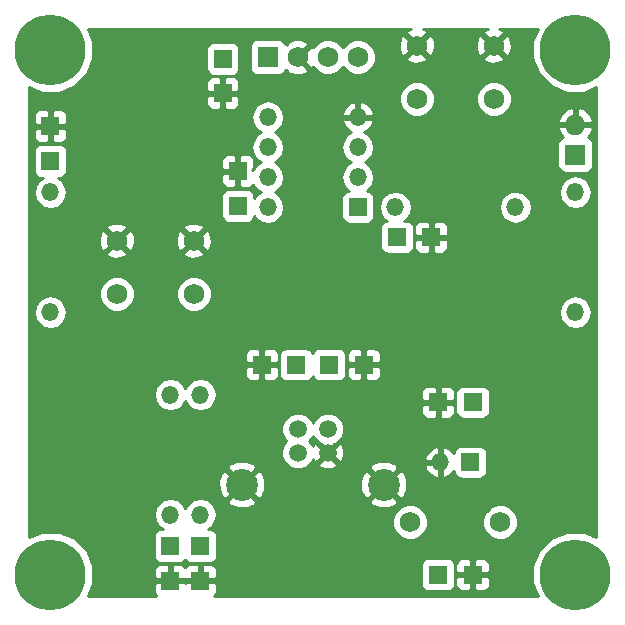
<source format=gbl>
G04 (created by PCBNEW (22-Jun-2014 BZR 4027)-stable) date Mon 12 Jun 2017 10:58:34 PM CDT*
%MOIN*%
G04 Gerber Fmt 3.4, Leading zero omitted, Abs format*
%FSLAX34Y34*%
G01*
G70*
G90*
G04 APERTURE LIST*
%ADD10C,0.00590551*%
%ADD11C,0.23622*%
%ADD12C,0.059*%
%ADD13C,0.1063*%
%ADD14R,0.069X0.069*%
%ADD15C,0.069*%
%ADD16O,0.059X0.059*%
%ADD17O,0.069X0.069*%
%ADD18R,0.059X0.059*%
%ADD19R,0.059X0.064*%
%ADD20R,0.064X0.059*%
%ADD21C,0.035*%
%ADD22C,0.01*%
G04 APERTURE END LIST*
G54D10*
G54D11*
X82000Y-44000D03*
X64500Y-44000D03*
X82000Y-61500D03*
X64500Y-61500D03*
G54D12*
X73750Y-56650D03*
X72750Y-56650D03*
X72750Y-57437D03*
X73750Y-57437D03*
G54D13*
X75612Y-58500D03*
X70888Y-58500D03*
G54D14*
X71750Y-44250D03*
G54D15*
X72750Y-44250D03*
X73750Y-44250D03*
X74750Y-44250D03*
G54D16*
X76000Y-49250D03*
X80000Y-49250D03*
X64500Y-48750D03*
X64500Y-52750D03*
X82000Y-48750D03*
X82000Y-52750D03*
X69500Y-59500D03*
X69500Y-55500D03*
X68500Y-59500D03*
X68500Y-55500D03*
G54D14*
X82000Y-47500D03*
G54D17*
X82000Y-46500D03*
G54D15*
X76500Y-59750D03*
X79500Y-59750D03*
G54D18*
X78500Y-57750D03*
G54D16*
X77500Y-57750D03*
G54D18*
X74750Y-49250D03*
G54D16*
X74750Y-48250D03*
X74750Y-47250D03*
X74750Y-46250D03*
X71750Y-46250D03*
X71750Y-47250D03*
X71750Y-49250D03*
X71750Y-48250D03*
G54D19*
X69500Y-60550D03*
X69500Y-61700D03*
X68500Y-60550D03*
X68500Y-61700D03*
G54D20*
X72700Y-54500D03*
X71550Y-54500D03*
G54D19*
X64500Y-47700D03*
X64500Y-46550D03*
G54D20*
X76050Y-50250D03*
X77200Y-50250D03*
X78575Y-55750D03*
X77425Y-55750D03*
X77425Y-61500D03*
X78575Y-61500D03*
G54D15*
X66720Y-52135D03*
X66720Y-50364D03*
X69279Y-52135D03*
X69279Y-50364D03*
X76720Y-45635D03*
X76720Y-43864D03*
X79279Y-45635D03*
X79279Y-43864D03*
G54D20*
X73800Y-54500D03*
X74950Y-54500D03*
G54D19*
X70750Y-49200D03*
X70750Y-48050D03*
X70250Y-44300D03*
X70250Y-45450D03*
G54D21*
X72750Y-50000D03*
X73750Y-52000D03*
G54D10*
G36*
X82700Y-60241D02*
X82595Y-60197D01*
X82595Y-47795D01*
X82595Y-47105D01*
X82557Y-47013D01*
X82486Y-46943D01*
X82413Y-46912D01*
X82479Y-46852D01*
X82577Y-46642D01*
X82577Y-46357D01*
X82479Y-46147D01*
X82308Y-45990D01*
X82142Y-45922D01*
X82050Y-45969D01*
X82050Y-46450D01*
X82530Y-46450D01*
X82577Y-46357D01*
X82577Y-46642D01*
X82530Y-46550D01*
X82050Y-46550D01*
X82050Y-46557D01*
X81950Y-46557D01*
X81950Y-46550D01*
X81950Y-46450D01*
X81950Y-45969D01*
X81857Y-45922D01*
X81691Y-45990D01*
X81520Y-46147D01*
X81422Y-46357D01*
X81469Y-46450D01*
X81950Y-46450D01*
X81950Y-46550D01*
X81469Y-46550D01*
X81422Y-46642D01*
X81520Y-46852D01*
X81586Y-46912D01*
X81513Y-46942D01*
X81443Y-47013D01*
X81405Y-47105D01*
X81404Y-47204D01*
X81404Y-47894D01*
X81442Y-47986D01*
X81513Y-48056D01*
X81605Y-48094D01*
X81704Y-48095D01*
X82394Y-48095D01*
X82486Y-48057D01*
X82556Y-47986D01*
X82594Y-47894D01*
X82595Y-47795D01*
X82595Y-60197D01*
X82545Y-60176D01*
X82545Y-52760D01*
X82545Y-52739D01*
X82545Y-48760D01*
X82545Y-48739D01*
X82503Y-48530D01*
X82385Y-48353D01*
X82208Y-48235D01*
X82000Y-48194D01*
X81791Y-48235D01*
X81614Y-48353D01*
X81496Y-48530D01*
X81455Y-48739D01*
X81455Y-48760D01*
X81496Y-48969D01*
X81614Y-49146D01*
X81791Y-49264D01*
X82000Y-49305D01*
X82208Y-49264D01*
X82385Y-49146D01*
X82503Y-48969D01*
X82545Y-48760D01*
X82545Y-52739D01*
X82503Y-52530D01*
X82385Y-52353D01*
X82208Y-52235D01*
X82000Y-52194D01*
X81791Y-52235D01*
X81614Y-52353D01*
X81496Y-52530D01*
X81455Y-52739D01*
X81455Y-52760D01*
X81496Y-52969D01*
X81614Y-53146D01*
X81791Y-53264D01*
X82000Y-53305D01*
X82208Y-53264D01*
X82385Y-53146D01*
X82503Y-52969D01*
X82545Y-52760D01*
X82545Y-60176D01*
X82285Y-60069D01*
X81716Y-60068D01*
X81190Y-60286D01*
X80787Y-60688D01*
X80569Y-61214D01*
X80568Y-61783D01*
X80740Y-62200D01*
X80555Y-62200D01*
X80555Y-49250D01*
X80514Y-49041D01*
X80396Y-48864D01*
X80219Y-48746D01*
X80010Y-48705D01*
X79989Y-48705D01*
X79879Y-48726D01*
X79879Y-43956D01*
X79868Y-43720D01*
X79798Y-43549D01*
X79698Y-43516D01*
X79350Y-43864D01*
X79698Y-44211D01*
X79798Y-44179D01*
X79879Y-43956D01*
X79879Y-48726D01*
X79874Y-48727D01*
X79874Y-45517D01*
X79784Y-45299D01*
X79627Y-45142D01*
X79627Y-44282D01*
X79279Y-43934D01*
X79208Y-44005D01*
X79208Y-43864D01*
X78861Y-43516D01*
X78761Y-43549D01*
X78679Y-43771D01*
X78690Y-44008D01*
X78761Y-44179D01*
X78861Y-44211D01*
X79208Y-43864D01*
X79208Y-44005D01*
X78931Y-44282D01*
X78964Y-44382D01*
X79187Y-44463D01*
X79423Y-44453D01*
X79594Y-44382D01*
X79627Y-44282D01*
X79627Y-45142D01*
X79617Y-45131D01*
X79398Y-45040D01*
X79161Y-45040D01*
X78942Y-45131D01*
X78775Y-45298D01*
X78684Y-45516D01*
X78684Y-45753D01*
X78774Y-45972D01*
X78942Y-46139D01*
X79160Y-46230D01*
X79397Y-46230D01*
X79616Y-46140D01*
X79783Y-45973D01*
X79874Y-45754D01*
X79874Y-45517D01*
X79874Y-48727D01*
X79780Y-48746D01*
X79603Y-48864D01*
X79485Y-49041D01*
X79444Y-49250D01*
X79485Y-49458D01*
X79603Y-49635D01*
X79780Y-49753D01*
X79989Y-49795D01*
X80010Y-49795D01*
X80219Y-49753D01*
X80396Y-49635D01*
X80514Y-49458D01*
X80555Y-49250D01*
X80555Y-62200D01*
X80095Y-62200D01*
X80095Y-59632D01*
X80004Y-59413D01*
X79837Y-59245D01*
X79618Y-59155D01*
X79382Y-59154D01*
X79163Y-59245D01*
X79145Y-59263D01*
X79145Y-55995D01*
X79145Y-55405D01*
X79107Y-55313D01*
X79036Y-55243D01*
X78944Y-55205D01*
X78845Y-55204D01*
X78205Y-55204D01*
X78113Y-55242D01*
X78043Y-55313D01*
X78005Y-55405D01*
X78004Y-55504D01*
X78004Y-56094D01*
X78042Y-56186D01*
X78113Y-56256D01*
X78205Y-56294D01*
X78304Y-56295D01*
X78944Y-56295D01*
X79036Y-56257D01*
X79106Y-56186D01*
X79144Y-56094D01*
X79145Y-55995D01*
X79145Y-59263D01*
X79045Y-59363D01*
X79045Y-57995D01*
X79045Y-57405D01*
X79007Y-57313D01*
X78936Y-57243D01*
X78844Y-57205D01*
X78745Y-57204D01*
X78155Y-57204D01*
X78063Y-57242D01*
X77995Y-57311D01*
X77995Y-55995D01*
X77995Y-55504D01*
X77994Y-55405D01*
X77956Y-55313D01*
X77886Y-55242D01*
X77794Y-55204D01*
X77770Y-55204D01*
X77770Y-50495D01*
X77770Y-50004D01*
X77769Y-49905D01*
X77731Y-49813D01*
X77661Y-49742D01*
X77569Y-49704D01*
X77320Y-49704D01*
X77320Y-43956D01*
X77309Y-43720D01*
X77238Y-43549D01*
X77138Y-43516D01*
X76791Y-43864D01*
X77138Y-44211D01*
X77238Y-44179D01*
X77320Y-43956D01*
X77320Y-49704D01*
X77315Y-49704D01*
X77315Y-45517D01*
X77225Y-45299D01*
X77068Y-45142D01*
X77068Y-44282D01*
X76720Y-43934D01*
X76649Y-44005D01*
X76649Y-43864D01*
X76301Y-43516D01*
X76201Y-43549D01*
X76120Y-43771D01*
X76131Y-44008D01*
X76201Y-44179D01*
X76301Y-44211D01*
X76649Y-43864D01*
X76649Y-44005D01*
X76372Y-44282D01*
X76405Y-44382D01*
X76627Y-44463D01*
X76864Y-44453D01*
X77035Y-44382D01*
X77068Y-44282D01*
X77068Y-45142D01*
X77057Y-45131D01*
X76839Y-45040D01*
X76602Y-45040D01*
X76383Y-45131D01*
X76216Y-45298D01*
X76125Y-45516D01*
X76125Y-45753D01*
X76215Y-45972D01*
X76382Y-46139D01*
X76601Y-46230D01*
X76838Y-46230D01*
X77057Y-46140D01*
X77224Y-45973D01*
X77315Y-45754D01*
X77315Y-45517D01*
X77315Y-49704D01*
X77312Y-49705D01*
X77250Y-49767D01*
X77250Y-50200D01*
X77707Y-50200D01*
X77770Y-50137D01*
X77770Y-50004D01*
X77770Y-50495D01*
X77770Y-50362D01*
X77707Y-50300D01*
X77250Y-50300D01*
X77250Y-50732D01*
X77312Y-50795D01*
X77569Y-50795D01*
X77661Y-50757D01*
X77731Y-50686D01*
X77769Y-50594D01*
X77770Y-50495D01*
X77770Y-55204D01*
X77537Y-55205D01*
X77475Y-55267D01*
X77475Y-55700D01*
X77932Y-55700D01*
X77995Y-55637D01*
X77995Y-55504D01*
X77995Y-55995D01*
X77995Y-55862D01*
X77932Y-55800D01*
X77475Y-55800D01*
X77475Y-56232D01*
X77537Y-56295D01*
X77794Y-56295D01*
X77886Y-56257D01*
X77956Y-56186D01*
X77994Y-56094D01*
X77995Y-55995D01*
X77995Y-57311D01*
X77993Y-57313D01*
X77955Y-57405D01*
X77954Y-57456D01*
X77826Y-57313D01*
X77634Y-57221D01*
X77550Y-57269D01*
X77550Y-57700D01*
X77557Y-57700D01*
X77557Y-57800D01*
X77550Y-57800D01*
X77550Y-58230D01*
X77634Y-58278D01*
X77826Y-58186D01*
X77954Y-58043D01*
X77954Y-58094D01*
X77992Y-58186D01*
X78063Y-58256D01*
X78155Y-58294D01*
X78254Y-58295D01*
X78844Y-58295D01*
X78936Y-58257D01*
X79006Y-58186D01*
X79044Y-58094D01*
X79045Y-57995D01*
X79045Y-59363D01*
X78995Y-59412D01*
X78905Y-59631D01*
X78904Y-59867D01*
X78995Y-60086D01*
X79162Y-60254D01*
X79381Y-60344D01*
X79617Y-60345D01*
X79836Y-60254D01*
X80004Y-60087D01*
X80094Y-59868D01*
X80095Y-59632D01*
X80095Y-62200D01*
X79145Y-62200D01*
X79145Y-61745D01*
X79145Y-61254D01*
X79144Y-61155D01*
X79106Y-61063D01*
X79036Y-60992D01*
X78944Y-60954D01*
X78687Y-60955D01*
X78625Y-61017D01*
X78625Y-61450D01*
X79082Y-61450D01*
X79145Y-61387D01*
X79145Y-61254D01*
X79145Y-61745D01*
X79145Y-61612D01*
X79082Y-61550D01*
X78625Y-61550D01*
X78625Y-61982D01*
X78687Y-62045D01*
X78944Y-62045D01*
X79036Y-62007D01*
X79106Y-61936D01*
X79144Y-61844D01*
X79145Y-61745D01*
X79145Y-62200D01*
X78525Y-62200D01*
X78525Y-61982D01*
X78525Y-61550D01*
X78525Y-61450D01*
X78525Y-61017D01*
X78462Y-60955D01*
X78205Y-60954D01*
X78113Y-60992D01*
X78043Y-61063D01*
X78005Y-61155D01*
X78004Y-61254D01*
X78005Y-61387D01*
X78067Y-61450D01*
X78525Y-61450D01*
X78525Y-61550D01*
X78067Y-61550D01*
X78005Y-61612D01*
X78004Y-61745D01*
X78005Y-61844D01*
X78043Y-61936D01*
X78113Y-62007D01*
X78205Y-62045D01*
X78462Y-62045D01*
X78525Y-61982D01*
X78525Y-62200D01*
X77995Y-62200D01*
X77995Y-61745D01*
X77995Y-61155D01*
X77957Y-61063D01*
X77886Y-60993D01*
X77794Y-60955D01*
X77695Y-60954D01*
X77450Y-60954D01*
X77450Y-58230D01*
X77450Y-57800D01*
X77450Y-57700D01*
X77450Y-57269D01*
X77375Y-57227D01*
X77375Y-56232D01*
X77375Y-55800D01*
X77375Y-55700D01*
X77375Y-55267D01*
X77312Y-55205D01*
X77150Y-55204D01*
X77150Y-50732D01*
X77150Y-50300D01*
X77150Y-50200D01*
X77150Y-49767D01*
X77087Y-49705D01*
X76830Y-49704D01*
X76738Y-49742D01*
X76668Y-49813D01*
X76630Y-49905D01*
X76629Y-50004D01*
X76630Y-50137D01*
X76692Y-50200D01*
X77150Y-50200D01*
X77150Y-50300D01*
X76692Y-50300D01*
X76630Y-50362D01*
X76629Y-50495D01*
X76630Y-50594D01*
X76668Y-50686D01*
X76738Y-50757D01*
X76830Y-50795D01*
X77087Y-50795D01*
X77150Y-50732D01*
X77150Y-55204D01*
X77055Y-55204D01*
X76963Y-55242D01*
X76893Y-55313D01*
X76855Y-55405D01*
X76854Y-55504D01*
X76855Y-55637D01*
X76917Y-55700D01*
X77375Y-55700D01*
X77375Y-55800D01*
X76917Y-55800D01*
X76855Y-55862D01*
X76854Y-55995D01*
X76855Y-56094D01*
X76893Y-56186D01*
X76963Y-56257D01*
X77055Y-56295D01*
X77312Y-56295D01*
X77375Y-56232D01*
X77375Y-57227D01*
X77365Y-57221D01*
X77173Y-57313D01*
X77031Y-57471D01*
X76971Y-57615D01*
X77020Y-57700D01*
X77450Y-57700D01*
X77450Y-57800D01*
X77020Y-57800D01*
X76971Y-57884D01*
X77031Y-58028D01*
X77173Y-58186D01*
X77365Y-58278D01*
X77450Y-58230D01*
X77450Y-60954D01*
X77095Y-60954D01*
X77095Y-59632D01*
X77004Y-59413D01*
X76837Y-59245D01*
X76620Y-59155D01*
X76620Y-50495D01*
X76620Y-49905D01*
X76582Y-49813D01*
X76511Y-49743D01*
X76419Y-49705D01*
X76320Y-49704D01*
X76291Y-49704D01*
X76396Y-49635D01*
X76514Y-49458D01*
X76555Y-49250D01*
X76514Y-49041D01*
X76396Y-48864D01*
X76219Y-48746D01*
X76010Y-48705D01*
X75989Y-48705D01*
X75780Y-48746D01*
X75603Y-48864D01*
X75485Y-49041D01*
X75444Y-49250D01*
X75485Y-49458D01*
X75603Y-49635D01*
X75708Y-49704D01*
X75680Y-49704D01*
X75588Y-49742D01*
X75518Y-49813D01*
X75480Y-49905D01*
X75479Y-50004D01*
X75479Y-50594D01*
X75517Y-50686D01*
X75588Y-50756D01*
X75680Y-50794D01*
X75779Y-50795D01*
X76419Y-50795D01*
X76511Y-50757D01*
X76581Y-50686D01*
X76619Y-50594D01*
X76620Y-50495D01*
X76620Y-59155D01*
X76618Y-59155D01*
X76396Y-59154D01*
X76396Y-58637D01*
X76389Y-58326D01*
X76284Y-58073D01*
X76165Y-58017D01*
X76094Y-58088D01*
X76094Y-57946D01*
X76038Y-57827D01*
X75749Y-57715D01*
X75520Y-57720D01*
X75520Y-54745D01*
X75520Y-54254D01*
X75519Y-54155D01*
X75481Y-54063D01*
X75411Y-53992D01*
X75345Y-53965D01*
X75345Y-44132D01*
X75254Y-43913D01*
X75087Y-43745D01*
X74868Y-43655D01*
X74632Y-43654D01*
X74413Y-43745D01*
X74249Y-43908D01*
X74087Y-43745D01*
X73868Y-43655D01*
X73632Y-43654D01*
X73413Y-43745D01*
X73245Y-43912D01*
X73240Y-43925D01*
X73168Y-43902D01*
X73097Y-43972D01*
X72820Y-44250D01*
X73168Y-44597D01*
X73240Y-44574D01*
X73245Y-44586D01*
X73412Y-44754D01*
X73631Y-44844D01*
X73867Y-44845D01*
X74086Y-44754D01*
X74250Y-44591D01*
X74412Y-44754D01*
X74631Y-44844D01*
X74867Y-44845D01*
X75086Y-44754D01*
X75254Y-44587D01*
X75344Y-44368D01*
X75345Y-44132D01*
X75345Y-53965D01*
X75319Y-53954D01*
X75295Y-53954D01*
X75295Y-49495D01*
X75295Y-48905D01*
X75257Y-48813D01*
X75186Y-48743D01*
X75094Y-48705D01*
X75047Y-48705D01*
X75135Y-48646D01*
X75253Y-48469D01*
X75295Y-48260D01*
X75295Y-48239D01*
X75253Y-48030D01*
X75135Y-47853D01*
X74979Y-47750D01*
X75135Y-47646D01*
X75253Y-47469D01*
X75295Y-47260D01*
X75295Y-47239D01*
X75253Y-47030D01*
X75135Y-46853D01*
X74969Y-46742D01*
X75028Y-46718D01*
X75186Y-46576D01*
X75278Y-46384D01*
X75278Y-46115D01*
X75186Y-45923D01*
X75028Y-45781D01*
X74884Y-45721D01*
X74800Y-45770D01*
X74800Y-46200D01*
X75230Y-46200D01*
X75278Y-46115D01*
X75278Y-46384D01*
X75230Y-46300D01*
X74800Y-46300D01*
X74800Y-46307D01*
X74700Y-46307D01*
X74700Y-46300D01*
X74700Y-46200D01*
X74700Y-45770D01*
X74615Y-45721D01*
X74471Y-45781D01*
X74313Y-45923D01*
X74221Y-46115D01*
X74269Y-46200D01*
X74700Y-46200D01*
X74700Y-46300D01*
X74269Y-46300D01*
X74221Y-46384D01*
X74313Y-46576D01*
X74471Y-46718D01*
X74530Y-46742D01*
X74364Y-46853D01*
X74246Y-47030D01*
X74205Y-47239D01*
X74205Y-47260D01*
X74246Y-47469D01*
X74364Y-47646D01*
X74520Y-47750D01*
X74364Y-47853D01*
X74246Y-48030D01*
X74205Y-48239D01*
X74205Y-48260D01*
X74246Y-48469D01*
X74364Y-48646D01*
X74452Y-48704D01*
X74405Y-48704D01*
X74313Y-48742D01*
X74243Y-48813D01*
X74205Y-48905D01*
X74204Y-49004D01*
X74204Y-49594D01*
X74242Y-49686D01*
X74313Y-49756D01*
X74405Y-49794D01*
X74504Y-49795D01*
X75094Y-49795D01*
X75186Y-49757D01*
X75256Y-49686D01*
X75294Y-49594D01*
X75295Y-49495D01*
X75295Y-53954D01*
X75062Y-53955D01*
X75000Y-54017D01*
X75000Y-54450D01*
X75457Y-54450D01*
X75520Y-54387D01*
X75520Y-54254D01*
X75520Y-54745D01*
X75520Y-54612D01*
X75457Y-54550D01*
X75000Y-54550D01*
X75000Y-54982D01*
X75062Y-55045D01*
X75319Y-55045D01*
X75411Y-55007D01*
X75481Y-54936D01*
X75519Y-54844D01*
X75520Y-54745D01*
X75520Y-57720D01*
X75438Y-57722D01*
X75185Y-57827D01*
X75129Y-57946D01*
X75612Y-58429D01*
X76094Y-57946D01*
X76094Y-58088D01*
X75682Y-58500D01*
X76165Y-58982D01*
X76284Y-58926D01*
X76396Y-58637D01*
X76396Y-59154D01*
X76382Y-59154D01*
X76163Y-59245D01*
X76094Y-59313D01*
X76094Y-59053D01*
X75612Y-58570D01*
X75541Y-58641D01*
X75541Y-58500D01*
X75058Y-58017D01*
X74939Y-58073D01*
X74900Y-58174D01*
X74900Y-54982D01*
X74900Y-54550D01*
X74900Y-54450D01*
X74900Y-54017D01*
X74837Y-53955D01*
X74580Y-53954D01*
X74488Y-53992D01*
X74418Y-54063D01*
X74380Y-54155D01*
X74379Y-54254D01*
X74380Y-54387D01*
X74442Y-54450D01*
X74900Y-54450D01*
X74900Y-54550D01*
X74442Y-54550D01*
X74380Y-54612D01*
X74379Y-54745D01*
X74380Y-54844D01*
X74418Y-54936D01*
X74488Y-55007D01*
X74580Y-55045D01*
X74837Y-55045D01*
X74900Y-54982D01*
X74900Y-58174D01*
X74827Y-58362D01*
X74834Y-58673D01*
X74939Y-58926D01*
X75058Y-58982D01*
X75541Y-58500D01*
X75541Y-58641D01*
X75129Y-59053D01*
X75185Y-59172D01*
X75474Y-59284D01*
X75785Y-59277D01*
X76038Y-59172D01*
X76094Y-59053D01*
X76094Y-59313D01*
X75995Y-59412D01*
X75905Y-59631D01*
X75904Y-59867D01*
X75995Y-60086D01*
X76162Y-60254D01*
X76381Y-60344D01*
X76617Y-60345D01*
X76836Y-60254D01*
X77004Y-60087D01*
X77094Y-59868D01*
X77095Y-59632D01*
X77095Y-60954D01*
X77055Y-60954D01*
X76963Y-60992D01*
X76893Y-61063D01*
X76855Y-61155D01*
X76854Y-61254D01*
X76854Y-61844D01*
X76892Y-61936D01*
X76963Y-62006D01*
X77055Y-62044D01*
X77154Y-62045D01*
X77794Y-62045D01*
X77886Y-62007D01*
X77956Y-61936D01*
X77994Y-61844D01*
X77995Y-61745D01*
X77995Y-62200D01*
X74370Y-62200D01*
X74370Y-54745D01*
X74370Y-54155D01*
X74332Y-54063D01*
X74261Y-53993D01*
X74169Y-53955D01*
X74070Y-53954D01*
X73430Y-53954D01*
X73338Y-53992D01*
X73268Y-54063D01*
X73250Y-54106D01*
X73232Y-54063D01*
X73161Y-53993D01*
X73097Y-53966D01*
X73097Y-44668D01*
X72750Y-44320D01*
X72744Y-44326D01*
X72679Y-44261D01*
X72673Y-44255D01*
X72679Y-44250D01*
X72673Y-44244D01*
X72744Y-44173D01*
X72750Y-44179D01*
X73097Y-43831D01*
X73064Y-43731D01*
X72842Y-43650D01*
X72606Y-43660D01*
X72435Y-43731D01*
X72402Y-43831D01*
X72357Y-43786D01*
X72328Y-43815D01*
X72307Y-43763D01*
X72236Y-43693D01*
X72144Y-43655D01*
X72045Y-43654D01*
X71355Y-43654D01*
X71263Y-43692D01*
X71193Y-43763D01*
X71155Y-43855D01*
X71154Y-43954D01*
X71154Y-44644D01*
X71192Y-44736D01*
X71263Y-44806D01*
X71355Y-44844D01*
X71454Y-44845D01*
X72144Y-44845D01*
X72236Y-44807D01*
X72306Y-44736D01*
X72328Y-44684D01*
X72357Y-44713D01*
X72402Y-44668D01*
X72435Y-44768D01*
X72657Y-44849D01*
X72893Y-44839D01*
X73064Y-44768D01*
X73097Y-44668D01*
X73097Y-53966D01*
X73069Y-53955D01*
X72970Y-53954D01*
X72330Y-53954D01*
X72295Y-53969D01*
X72295Y-49260D01*
X72295Y-49239D01*
X72253Y-49030D01*
X72135Y-48853D01*
X71979Y-48750D01*
X72135Y-48646D01*
X72253Y-48469D01*
X72295Y-48260D01*
X72295Y-48239D01*
X72253Y-48030D01*
X72135Y-47853D01*
X71979Y-47750D01*
X72135Y-47646D01*
X72253Y-47469D01*
X72295Y-47260D01*
X72295Y-47239D01*
X72253Y-47030D01*
X72135Y-46853D01*
X71979Y-46750D01*
X72135Y-46646D01*
X72253Y-46469D01*
X72295Y-46260D01*
X72295Y-46239D01*
X72253Y-46030D01*
X72135Y-45853D01*
X71958Y-45735D01*
X71750Y-45694D01*
X71541Y-45735D01*
X71364Y-45853D01*
X71246Y-46030D01*
X71205Y-46239D01*
X71205Y-46260D01*
X71246Y-46469D01*
X71364Y-46646D01*
X71520Y-46750D01*
X71364Y-46853D01*
X71246Y-47030D01*
X71205Y-47239D01*
X71205Y-47260D01*
X71246Y-47469D01*
X71364Y-47646D01*
X71520Y-47750D01*
X71364Y-47853D01*
X71295Y-47958D01*
X71267Y-47999D01*
X71232Y-47999D01*
X71295Y-47937D01*
X71295Y-47680D01*
X71257Y-47588D01*
X71186Y-47518D01*
X71094Y-47480D01*
X70995Y-47479D01*
X70862Y-47480D01*
X70800Y-47542D01*
X70800Y-48000D01*
X70807Y-48000D01*
X70807Y-48100D01*
X70800Y-48100D01*
X70800Y-48557D01*
X70862Y-48620D01*
X70995Y-48620D01*
X71094Y-48619D01*
X71186Y-48581D01*
X71257Y-48511D01*
X71263Y-48495D01*
X71364Y-48646D01*
X71520Y-48750D01*
X71364Y-48853D01*
X71295Y-48958D01*
X71295Y-48830D01*
X71257Y-48738D01*
X71186Y-48668D01*
X71094Y-48630D01*
X70995Y-48629D01*
X70795Y-48629D01*
X70795Y-45819D01*
X70795Y-45080D01*
X70795Y-44570D01*
X70795Y-43930D01*
X70757Y-43838D01*
X70686Y-43768D01*
X70594Y-43730D01*
X70495Y-43729D01*
X69905Y-43729D01*
X69813Y-43767D01*
X69743Y-43838D01*
X69705Y-43930D01*
X69704Y-44029D01*
X69704Y-44669D01*
X69742Y-44761D01*
X69813Y-44831D01*
X69905Y-44869D01*
X70004Y-44870D01*
X70594Y-44870D01*
X70686Y-44832D01*
X70756Y-44761D01*
X70794Y-44669D01*
X70795Y-44570D01*
X70795Y-45080D01*
X70757Y-44988D01*
X70686Y-44918D01*
X70594Y-44880D01*
X70495Y-44879D01*
X70362Y-44880D01*
X70300Y-44942D01*
X70300Y-45400D01*
X70732Y-45400D01*
X70795Y-45337D01*
X70795Y-45080D01*
X70795Y-45819D01*
X70795Y-45562D01*
X70732Y-45500D01*
X70300Y-45500D01*
X70300Y-45957D01*
X70362Y-46020D01*
X70495Y-46020D01*
X70594Y-46019D01*
X70686Y-45981D01*
X70757Y-45911D01*
X70795Y-45819D01*
X70795Y-48629D01*
X70700Y-48629D01*
X70700Y-48557D01*
X70700Y-48100D01*
X70700Y-48000D01*
X70700Y-47542D01*
X70637Y-47480D01*
X70504Y-47479D01*
X70405Y-47480D01*
X70313Y-47518D01*
X70242Y-47588D01*
X70204Y-47680D01*
X70205Y-47937D01*
X70267Y-48000D01*
X70700Y-48000D01*
X70700Y-48100D01*
X70267Y-48100D01*
X70205Y-48162D01*
X70204Y-48419D01*
X70242Y-48511D01*
X70313Y-48581D01*
X70405Y-48619D01*
X70504Y-48620D01*
X70637Y-48620D01*
X70700Y-48557D01*
X70700Y-48629D01*
X70405Y-48629D01*
X70313Y-48667D01*
X70243Y-48738D01*
X70205Y-48830D01*
X70204Y-48929D01*
X70204Y-49569D01*
X70242Y-49661D01*
X70313Y-49731D01*
X70405Y-49769D01*
X70504Y-49770D01*
X71094Y-49770D01*
X71186Y-49732D01*
X71256Y-49661D01*
X71294Y-49569D01*
X71294Y-49541D01*
X71364Y-49646D01*
X71541Y-49764D01*
X71750Y-49805D01*
X71958Y-49764D01*
X72135Y-49646D01*
X72253Y-49469D01*
X72295Y-49260D01*
X72295Y-53969D01*
X72238Y-53992D01*
X72168Y-54063D01*
X72130Y-54155D01*
X72129Y-54254D01*
X72129Y-54844D01*
X72167Y-54936D01*
X72238Y-55006D01*
X72330Y-55044D01*
X72429Y-55045D01*
X73069Y-55045D01*
X73161Y-55007D01*
X73231Y-54936D01*
X73249Y-54893D01*
X73267Y-54936D01*
X73338Y-55006D01*
X73430Y-55044D01*
X73529Y-55045D01*
X74169Y-55045D01*
X74261Y-55007D01*
X74331Y-54936D01*
X74369Y-54844D01*
X74370Y-54745D01*
X74370Y-62200D01*
X74299Y-62200D01*
X74299Y-57517D01*
X74295Y-57425D01*
X74295Y-56542D01*
X74212Y-56341D01*
X74059Y-56188D01*
X73858Y-56105D01*
X73642Y-56104D01*
X73441Y-56187D01*
X73288Y-56340D01*
X73250Y-56432D01*
X73212Y-56341D01*
X73059Y-56188D01*
X72858Y-56105D01*
X72642Y-56104D01*
X72441Y-56187D01*
X72288Y-56340D01*
X72205Y-56541D01*
X72204Y-56757D01*
X72287Y-56958D01*
X72372Y-57043D01*
X72288Y-57127D01*
X72205Y-57328D01*
X72204Y-57544D01*
X72287Y-57745D01*
X72440Y-57898D01*
X72641Y-57981D01*
X72857Y-57982D01*
X73058Y-57899D01*
X73211Y-57746D01*
X73247Y-57660D01*
X73272Y-57721D01*
X73367Y-57748D01*
X73679Y-57437D01*
X73367Y-57125D01*
X73272Y-57152D01*
X73249Y-57218D01*
X73212Y-57128D01*
X73127Y-57043D01*
X73211Y-56959D01*
X73249Y-56867D01*
X73287Y-56958D01*
X73440Y-57111D01*
X73534Y-57150D01*
X73750Y-57366D01*
X73965Y-57150D01*
X74058Y-57112D01*
X74211Y-56959D01*
X74294Y-56758D01*
X74295Y-56542D01*
X74295Y-57425D01*
X74288Y-57301D01*
X74227Y-57152D01*
X74132Y-57125D01*
X73820Y-57437D01*
X74132Y-57748D01*
X74227Y-57721D01*
X74299Y-57517D01*
X74299Y-62200D01*
X74061Y-62200D01*
X74061Y-57819D01*
X73750Y-57507D01*
X73438Y-57819D01*
X73465Y-57914D01*
X73669Y-57986D01*
X73885Y-57975D01*
X74034Y-57914D01*
X74061Y-57819D01*
X74061Y-62200D01*
X72120Y-62200D01*
X72120Y-54745D01*
X72120Y-54254D01*
X72119Y-54155D01*
X72081Y-54063D01*
X72011Y-53992D01*
X71919Y-53954D01*
X71662Y-53955D01*
X71600Y-54017D01*
X71600Y-54450D01*
X72057Y-54450D01*
X72120Y-54387D01*
X72120Y-54254D01*
X72120Y-54745D01*
X72120Y-54612D01*
X72057Y-54550D01*
X71600Y-54550D01*
X71600Y-54982D01*
X71662Y-55045D01*
X71919Y-55045D01*
X72011Y-55007D01*
X72081Y-54936D01*
X72119Y-54844D01*
X72120Y-54745D01*
X72120Y-62200D01*
X71672Y-62200D01*
X71672Y-58637D01*
X71665Y-58326D01*
X71560Y-58073D01*
X71500Y-58044D01*
X71500Y-54982D01*
X71500Y-54550D01*
X71500Y-54450D01*
X71500Y-54017D01*
X71437Y-53955D01*
X71180Y-53954D01*
X71088Y-53992D01*
X71018Y-54063D01*
X70980Y-54155D01*
X70979Y-54254D01*
X70980Y-54387D01*
X71042Y-54450D01*
X71500Y-54450D01*
X71500Y-54550D01*
X71042Y-54550D01*
X70980Y-54612D01*
X70979Y-54745D01*
X70980Y-54844D01*
X71018Y-54936D01*
X71088Y-55007D01*
X71180Y-55045D01*
X71437Y-55045D01*
X71500Y-54982D01*
X71500Y-58044D01*
X71441Y-58017D01*
X71370Y-58088D01*
X71370Y-57946D01*
X71314Y-57827D01*
X71025Y-57715D01*
X70714Y-57722D01*
X70461Y-57827D01*
X70405Y-57946D01*
X70888Y-58429D01*
X71370Y-57946D01*
X71370Y-58088D01*
X70958Y-58500D01*
X71441Y-58982D01*
X71560Y-58926D01*
X71672Y-58637D01*
X71672Y-62200D01*
X71370Y-62200D01*
X71370Y-59053D01*
X70888Y-58570D01*
X70817Y-58641D01*
X70817Y-58500D01*
X70334Y-58017D01*
X70215Y-58073D01*
X70200Y-58112D01*
X70200Y-45957D01*
X70200Y-45500D01*
X70200Y-45400D01*
X70200Y-44942D01*
X70137Y-44880D01*
X70004Y-44879D01*
X69905Y-44880D01*
X69813Y-44918D01*
X69742Y-44988D01*
X69704Y-45080D01*
X69705Y-45337D01*
X69767Y-45400D01*
X70200Y-45400D01*
X70200Y-45500D01*
X69767Y-45500D01*
X69705Y-45562D01*
X69704Y-45819D01*
X69742Y-45911D01*
X69813Y-45981D01*
X69905Y-46019D01*
X70004Y-46020D01*
X70137Y-46020D01*
X70200Y-45957D01*
X70200Y-58112D01*
X70103Y-58362D01*
X70110Y-58673D01*
X70215Y-58926D01*
X70334Y-58982D01*
X70817Y-58500D01*
X70817Y-58641D01*
X70405Y-59053D01*
X70461Y-59172D01*
X70750Y-59284D01*
X71061Y-59277D01*
X71314Y-59172D01*
X71370Y-59053D01*
X71370Y-62200D01*
X69968Y-62200D01*
X70007Y-62161D01*
X70045Y-62069D01*
X70045Y-61330D01*
X70045Y-60820D01*
X70045Y-60180D01*
X70007Y-60088D01*
X69936Y-60018D01*
X69844Y-59980D01*
X69759Y-59979D01*
X69885Y-59896D01*
X70003Y-59719D01*
X70045Y-59510D01*
X70045Y-59489D01*
X70045Y-55510D01*
X70045Y-55489D01*
X70003Y-55280D01*
X69885Y-55103D01*
X69879Y-55099D01*
X69879Y-50456D01*
X69868Y-50220D01*
X69798Y-50049D01*
X69698Y-50016D01*
X69627Y-50087D01*
X69627Y-49945D01*
X69594Y-49845D01*
X69372Y-49764D01*
X69135Y-49774D01*
X68964Y-49845D01*
X68931Y-49945D01*
X69279Y-50293D01*
X69627Y-49945D01*
X69627Y-50087D01*
X69350Y-50364D01*
X69698Y-50711D01*
X69798Y-50679D01*
X69879Y-50456D01*
X69879Y-55099D01*
X69874Y-55096D01*
X69874Y-52017D01*
X69784Y-51799D01*
X69627Y-51642D01*
X69627Y-50782D01*
X69279Y-50434D01*
X69208Y-50505D01*
X69208Y-50364D01*
X68861Y-50016D01*
X68761Y-50049D01*
X68679Y-50271D01*
X68690Y-50508D01*
X68761Y-50679D01*
X68861Y-50711D01*
X69208Y-50364D01*
X69208Y-50505D01*
X68931Y-50782D01*
X68964Y-50882D01*
X69187Y-50963D01*
X69423Y-50953D01*
X69594Y-50882D01*
X69627Y-50782D01*
X69627Y-51642D01*
X69617Y-51631D01*
X69398Y-51540D01*
X69161Y-51540D01*
X68942Y-51631D01*
X68775Y-51798D01*
X68684Y-52016D01*
X68684Y-52253D01*
X68774Y-52472D01*
X68942Y-52639D01*
X69160Y-52730D01*
X69397Y-52730D01*
X69616Y-52640D01*
X69783Y-52473D01*
X69874Y-52254D01*
X69874Y-52017D01*
X69874Y-55096D01*
X69708Y-54985D01*
X69500Y-54944D01*
X69291Y-54985D01*
X69114Y-55103D01*
X69000Y-55275D01*
X68885Y-55103D01*
X68708Y-54985D01*
X68500Y-54944D01*
X68291Y-54985D01*
X68114Y-55103D01*
X67996Y-55280D01*
X67955Y-55489D01*
X67955Y-55510D01*
X67996Y-55719D01*
X68114Y-55896D01*
X68291Y-56014D01*
X68500Y-56055D01*
X68708Y-56014D01*
X68885Y-55896D01*
X69000Y-55724D01*
X69114Y-55896D01*
X69291Y-56014D01*
X69500Y-56055D01*
X69708Y-56014D01*
X69885Y-55896D01*
X70003Y-55719D01*
X70045Y-55510D01*
X70045Y-59489D01*
X70003Y-59280D01*
X69885Y-59103D01*
X69708Y-58985D01*
X69500Y-58944D01*
X69291Y-58985D01*
X69114Y-59103D01*
X69000Y-59275D01*
X68885Y-59103D01*
X68708Y-58985D01*
X68500Y-58944D01*
X68291Y-58985D01*
X68114Y-59103D01*
X67996Y-59280D01*
X67955Y-59489D01*
X67955Y-59510D01*
X67996Y-59719D01*
X68114Y-59896D01*
X68240Y-59979D01*
X68155Y-59979D01*
X68063Y-60017D01*
X67993Y-60088D01*
X67955Y-60180D01*
X67954Y-60279D01*
X67954Y-60919D01*
X67992Y-61011D01*
X68063Y-61081D01*
X68155Y-61119D01*
X68254Y-61120D01*
X68844Y-61120D01*
X68936Y-61082D01*
X69000Y-61018D01*
X69063Y-61081D01*
X69155Y-61119D01*
X69254Y-61120D01*
X69844Y-61120D01*
X69936Y-61082D01*
X70006Y-61011D01*
X70044Y-60919D01*
X70045Y-60820D01*
X70045Y-61330D01*
X70007Y-61238D01*
X69936Y-61168D01*
X69844Y-61130D01*
X69745Y-61129D01*
X69612Y-61130D01*
X69550Y-61192D01*
X69550Y-61650D01*
X69982Y-61650D01*
X70045Y-61587D01*
X70045Y-61330D01*
X70045Y-62069D01*
X70045Y-61812D01*
X69982Y-61750D01*
X69550Y-61750D01*
X69550Y-61757D01*
X69450Y-61757D01*
X69450Y-61750D01*
X69450Y-61650D01*
X69450Y-61192D01*
X69387Y-61130D01*
X69254Y-61129D01*
X69155Y-61130D01*
X69063Y-61168D01*
X69000Y-61231D01*
X68936Y-61168D01*
X68844Y-61130D01*
X68745Y-61129D01*
X68612Y-61130D01*
X68550Y-61192D01*
X68550Y-61650D01*
X68982Y-61650D01*
X69000Y-61632D01*
X69017Y-61650D01*
X69450Y-61650D01*
X69450Y-61750D01*
X69017Y-61750D01*
X69000Y-61767D01*
X68982Y-61750D01*
X68550Y-61750D01*
X68550Y-61757D01*
X68450Y-61757D01*
X68450Y-61750D01*
X68450Y-61650D01*
X68450Y-61192D01*
X68387Y-61130D01*
X68254Y-61129D01*
X68155Y-61130D01*
X68063Y-61168D01*
X67992Y-61238D01*
X67954Y-61330D01*
X67955Y-61587D01*
X68017Y-61650D01*
X68450Y-61650D01*
X68450Y-61750D01*
X68017Y-61750D01*
X67955Y-61812D01*
X67954Y-62069D01*
X67992Y-62161D01*
X68031Y-62200D01*
X67320Y-62200D01*
X67320Y-50456D01*
X67309Y-50220D01*
X67238Y-50049D01*
X67138Y-50016D01*
X67068Y-50087D01*
X67068Y-49945D01*
X67035Y-49845D01*
X66812Y-49764D01*
X66576Y-49774D01*
X66405Y-49845D01*
X66372Y-49945D01*
X66720Y-50293D01*
X67068Y-49945D01*
X67068Y-50087D01*
X66791Y-50364D01*
X67138Y-50711D01*
X67238Y-50679D01*
X67320Y-50456D01*
X67320Y-62200D01*
X67315Y-62200D01*
X67315Y-52017D01*
X67225Y-51799D01*
X67068Y-51642D01*
X67068Y-50782D01*
X66720Y-50434D01*
X66649Y-50505D01*
X66649Y-50364D01*
X66301Y-50016D01*
X66201Y-50049D01*
X66120Y-50271D01*
X66131Y-50508D01*
X66201Y-50679D01*
X66301Y-50711D01*
X66649Y-50364D01*
X66649Y-50505D01*
X66372Y-50782D01*
X66405Y-50882D01*
X66627Y-50963D01*
X66864Y-50953D01*
X67035Y-50882D01*
X67068Y-50782D01*
X67068Y-51642D01*
X67057Y-51631D01*
X66839Y-51540D01*
X66602Y-51540D01*
X66383Y-51631D01*
X66216Y-51798D01*
X66125Y-52016D01*
X66125Y-52253D01*
X66215Y-52472D01*
X66382Y-52639D01*
X66601Y-52730D01*
X66838Y-52730D01*
X67057Y-52640D01*
X67224Y-52473D01*
X67315Y-52254D01*
X67315Y-52017D01*
X67315Y-62200D01*
X65758Y-62200D01*
X65930Y-61785D01*
X65931Y-61216D01*
X65713Y-60690D01*
X65311Y-60287D01*
X65045Y-60176D01*
X65045Y-47970D01*
X65045Y-47330D01*
X65045Y-46919D01*
X65045Y-46180D01*
X65007Y-46088D01*
X64936Y-46018D01*
X64844Y-45980D01*
X64745Y-45979D01*
X64612Y-45980D01*
X64550Y-46042D01*
X64550Y-46500D01*
X64982Y-46500D01*
X65045Y-46437D01*
X65045Y-46180D01*
X65045Y-46919D01*
X65045Y-46662D01*
X64982Y-46600D01*
X64550Y-46600D01*
X64550Y-47057D01*
X64612Y-47120D01*
X64745Y-47120D01*
X64844Y-47119D01*
X64936Y-47081D01*
X65007Y-47011D01*
X65045Y-46919D01*
X65045Y-47330D01*
X65007Y-47238D01*
X64936Y-47168D01*
X64844Y-47130D01*
X64745Y-47129D01*
X64450Y-47129D01*
X64450Y-47057D01*
X64450Y-46600D01*
X64450Y-46500D01*
X64450Y-46042D01*
X64387Y-45980D01*
X64254Y-45979D01*
X64155Y-45980D01*
X64063Y-46018D01*
X63992Y-46088D01*
X63954Y-46180D01*
X63955Y-46437D01*
X64017Y-46500D01*
X64450Y-46500D01*
X64450Y-46600D01*
X64017Y-46600D01*
X63955Y-46662D01*
X63954Y-46919D01*
X63992Y-47011D01*
X64063Y-47081D01*
X64155Y-47119D01*
X64254Y-47120D01*
X64387Y-47120D01*
X64450Y-47057D01*
X64450Y-47129D01*
X64155Y-47129D01*
X64063Y-47167D01*
X63993Y-47238D01*
X63955Y-47330D01*
X63954Y-47429D01*
X63954Y-48069D01*
X63992Y-48161D01*
X64063Y-48231D01*
X64155Y-48269D01*
X64240Y-48270D01*
X64114Y-48353D01*
X63996Y-48530D01*
X63955Y-48739D01*
X63955Y-48760D01*
X63996Y-48969D01*
X64114Y-49146D01*
X64291Y-49264D01*
X64500Y-49305D01*
X64708Y-49264D01*
X64885Y-49146D01*
X65003Y-48969D01*
X65045Y-48760D01*
X65045Y-48739D01*
X65003Y-48530D01*
X64885Y-48353D01*
X64759Y-48270D01*
X64844Y-48270D01*
X64936Y-48232D01*
X65006Y-48161D01*
X65044Y-48069D01*
X65045Y-47970D01*
X65045Y-60176D01*
X65045Y-60176D01*
X65045Y-52760D01*
X65045Y-52739D01*
X65003Y-52530D01*
X64885Y-52353D01*
X64708Y-52235D01*
X64500Y-52194D01*
X64291Y-52235D01*
X64114Y-52353D01*
X63996Y-52530D01*
X63955Y-52739D01*
X63955Y-52760D01*
X63996Y-52969D01*
X64114Y-53146D01*
X64291Y-53264D01*
X64500Y-53305D01*
X64708Y-53264D01*
X64885Y-53146D01*
X65003Y-52969D01*
X65045Y-52760D01*
X65045Y-60176D01*
X64785Y-60069D01*
X64216Y-60068D01*
X63800Y-60240D01*
X63800Y-45258D01*
X64214Y-45430D01*
X64783Y-45431D01*
X65309Y-45213D01*
X65712Y-44811D01*
X65930Y-44285D01*
X65931Y-43716D01*
X65759Y-43300D01*
X76515Y-43300D01*
X76405Y-43345D01*
X76372Y-43445D01*
X76720Y-43793D01*
X77068Y-43445D01*
X77035Y-43345D01*
X76910Y-43300D01*
X79074Y-43300D01*
X78964Y-43345D01*
X78931Y-43445D01*
X79279Y-43793D01*
X79627Y-43445D01*
X79594Y-43345D01*
X79469Y-43300D01*
X80741Y-43300D01*
X80569Y-43714D01*
X80568Y-44283D01*
X80786Y-44809D01*
X81188Y-45212D01*
X81714Y-45430D01*
X82283Y-45431D01*
X82700Y-45259D01*
X82700Y-60241D01*
X82700Y-60241D01*
G37*
G54D22*
X82700Y-60241D02*
X82595Y-60197D01*
X82595Y-47795D01*
X82595Y-47105D01*
X82557Y-47013D01*
X82486Y-46943D01*
X82413Y-46912D01*
X82479Y-46852D01*
X82577Y-46642D01*
X82577Y-46357D01*
X82479Y-46147D01*
X82308Y-45990D01*
X82142Y-45922D01*
X82050Y-45969D01*
X82050Y-46450D01*
X82530Y-46450D01*
X82577Y-46357D01*
X82577Y-46642D01*
X82530Y-46550D01*
X82050Y-46550D01*
X82050Y-46557D01*
X81950Y-46557D01*
X81950Y-46550D01*
X81950Y-46450D01*
X81950Y-45969D01*
X81857Y-45922D01*
X81691Y-45990D01*
X81520Y-46147D01*
X81422Y-46357D01*
X81469Y-46450D01*
X81950Y-46450D01*
X81950Y-46550D01*
X81469Y-46550D01*
X81422Y-46642D01*
X81520Y-46852D01*
X81586Y-46912D01*
X81513Y-46942D01*
X81443Y-47013D01*
X81405Y-47105D01*
X81404Y-47204D01*
X81404Y-47894D01*
X81442Y-47986D01*
X81513Y-48056D01*
X81605Y-48094D01*
X81704Y-48095D01*
X82394Y-48095D01*
X82486Y-48057D01*
X82556Y-47986D01*
X82594Y-47894D01*
X82595Y-47795D01*
X82595Y-60197D01*
X82545Y-60176D01*
X82545Y-52760D01*
X82545Y-52739D01*
X82545Y-48760D01*
X82545Y-48739D01*
X82503Y-48530D01*
X82385Y-48353D01*
X82208Y-48235D01*
X82000Y-48194D01*
X81791Y-48235D01*
X81614Y-48353D01*
X81496Y-48530D01*
X81455Y-48739D01*
X81455Y-48760D01*
X81496Y-48969D01*
X81614Y-49146D01*
X81791Y-49264D01*
X82000Y-49305D01*
X82208Y-49264D01*
X82385Y-49146D01*
X82503Y-48969D01*
X82545Y-48760D01*
X82545Y-52739D01*
X82503Y-52530D01*
X82385Y-52353D01*
X82208Y-52235D01*
X82000Y-52194D01*
X81791Y-52235D01*
X81614Y-52353D01*
X81496Y-52530D01*
X81455Y-52739D01*
X81455Y-52760D01*
X81496Y-52969D01*
X81614Y-53146D01*
X81791Y-53264D01*
X82000Y-53305D01*
X82208Y-53264D01*
X82385Y-53146D01*
X82503Y-52969D01*
X82545Y-52760D01*
X82545Y-60176D01*
X82285Y-60069D01*
X81716Y-60068D01*
X81190Y-60286D01*
X80787Y-60688D01*
X80569Y-61214D01*
X80568Y-61783D01*
X80740Y-62200D01*
X80555Y-62200D01*
X80555Y-49250D01*
X80514Y-49041D01*
X80396Y-48864D01*
X80219Y-48746D01*
X80010Y-48705D01*
X79989Y-48705D01*
X79879Y-48726D01*
X79879Y-43956D01*
X79868Y-43720D01*
X79798Y-43549D01*
X79698Y-43516D01*
X79350Y-43864D01*
X79698Y-44211D01*
X79798Y-44179D01*
X79879Y-43956D01*
X79879Y-48726D01*
X79874Y-48727D01*
X79874Y-45517D01*
X79784Y-45299D01*
X79627Y-45142D01*
X79627Y-44282D01*
X79279Y-43934D01*
X79208Y-44005D01*
X79208Y-43864D01*
X78861Y-43516D01*
X78761Y-43549D01*
X78679Y-43771D01*
X78690Y-44008D01*
X78761Y-44179D01*
X78861Y-44211D01*
X79208Y-43864D01*
X79208Y-44005D01*
X78931Y-44282D01*
X78964Y-44382D01*
X79187Y-44463D01*
X79423Y-44453D01*
X79594Y-44382D01*
X79627Y-44282D01*
X79627Y-45142D01*
X79617Y-45131D01*
X79398Y-45040D01*
X79161Y-45040D01*
X78942Y-45131D01*
X78775Y-45298D01*
X78684Y-45516D01*
X78684Y-45753D01*
X78774Y-45972D01*
X78942Y-46139D01*
X79160Y-46230D01*
X79397Y-46230D01*
X79616Y-46140D01*
X79783Y-45973D01*
X79874Y-45754D01*
X79874Y-45517D01*
X79874Y-48727D01*
X79780Y-48746D01*
X79603Y-48864D01*
X79485Y-49041D01*
X79444Y-49250D01*
X79485Y-49458D01*
X79603Y-49635D01*
X79780Y-49753D01*
X79989Y-49795D01*
X80010Y-49795D01*
X80219Y-49753D01*
X80396Y-49635D01*
X80514Y-49458D01*
X80555Y-49250D01*
X80555Y-62200D01*
X80095Y-62200D01*
X80095Y-59632D01*
X80004Y-59413D01*
X79837Y-59245D01*
X79618Y-59155D01*
X79382Y-59154D01*
X79163Y-59245D01*
X79145Y-59263D01*
X79145Y-55995D01*
X79145Y-55405D01*
X79107Y-55313D01*
X79036Y-55243D01*
X78944Y-55205D01*
X78845Y-55204D01*
X78205Y-55204D01*
X78113Y-55242D01*
X78043Y-55313D01*
X78005Y-55405D01*
X78004Y-55504D01*
X78004Y-56094D01*
X78042Y-56186D01*
X78113Y-56256D01*
X78205Y-56294D01*
X78304Y-56295D01*
X78944Y-56295D01*
X79036Y-56257D01*
X79106Y-56186D01*
X79144Y-56094D01*
X79145Y-55995D01*
X79145Y-59263D01*
X79045Y-59363D01*
X79045Y-57995D01*
X79045Y-57405D01*
X79007Y-57313D01*
X78936Y-57243D01*
X78844Y-57205D01*
X78745Y-57204D01*
X78155Y-57204D01*
X78063Y-57242D01*
X77995Y-57311D01*
X77995Y-55995D01*
X77995Y-55504D01*
X77994Y-55405D01*
X77956Y-55313D01*
X77886Y-55242D01*
X77794Y-55204D01*
X77770Y-55204D01*
X77770Y-50495D01*
X77770Y-50004D01*
X77769Y-49905D01*
X77731Y-49813D01*
X77661Y-49742D01*
X77569Y-49704D01*
X77320Y-49704D01*
X77320Y-43956D01*
X77309Y-43720D01*
X77238Y-43549D01*
X77138Y-43516D01*
X76791Y-43864D01*
X77138Y-44211D01*
X77238Y-44179D01*
X77320Y-43956D01*
X77320Y-49704D01*
X77315Y-49704D01*
X77315Y-45517D01*
X77225Y-45299D01*
X77068Y-45142D01*
X77068Y-44282D01*
X76720Y-43934D01*
X76649Y-44005D01*
X76649Y-43864D01*
X76301Y-43516D01*
X76201Y-43549D01*
X76120Y-43771D01*
X76131Y-44008D01*
X76201Y-44179D01*
X76301Y-44211D01*
X76649Y-43864D01*
X76649Y-44005D01*
X76372Y-44282D01*
X76405Y-44382D01*
X76627Y-44463D01*
X76864Y-44453D01*
X77035Y-44382D01*
X77068Y-44282D01*
X77068Y-45142D01*
X77057Y-45131D01*
X76839Y-45040D01*
X76602Y-45040D01*
X76383Y-45131D01*
X76216Y-45298D01*
X76125Y-45516D01*
X76125Y-45753D01*
X76215Y-45972D01*
X76382Y-46139D01*
X76601Y-46230D01*
X76838Y-46230D01*
X77057Y-46140D01*
X77224Y-45973D01*
X77315Y-45754D01*
X77315Y-45517D01*
X77315Y-49704D01*
X77312Y-49705D01*
X77250Y-49767D01*
X77250Y-50200D01*
X77707Y-50200D01*
X77770Y-50137D01*
X77770Y-50004D01*
X77770Y-50495D01*
X77770Y-50362D01*
X77707Y-50300D01*
X77250Y-50300D01*
X77250Y-50732D01*
X77312Y-50795D01*
X77569Y-50795D01*
X77661Y-50757D01*
X77731Y-50686D01*
X77769Y-50594D01*
X77770Y-50495D01*
X77770Y-55204D01*
X77537Y-55205D01*
X77475Y-55267D01*
X77475Y-55700D01*
X77932Y-55700D01*
X77995Y-55637D01*
X77995Y-55504D01*
X77995Y-55995D01*
X77995Y-55862D01*
X77932Y-55800D01*
X77475Y-55800D01*
X77475Y-56232D01*
X77537Y-56295D01*
X77794Y-56295D01*
X77886Y-56257D01*
X77956Y-56186D01*
X77994Y-56094D01*
X77995Y-55995D01*
X77995Y-57311D01*
X77993Y-57313D01*
X77955Y-57405D01*
X77954Y-57456D01*
X77826Y-57313D01*
X77634Y-57221D01*
X77550Y-57269D01*
X77550Y-57700D01*
X77557Y-57700D01*
X77557Y-57800D01*
X77550Y-57800D01*
X77550Y-58230D01*
X77634Y-58278D01*
X77826Y-58186D01*
X77954Y-58043D01*
X77954Y-58094D01*
X77992Y-58186D01*
X78063Y-58256D01*
X78155Y-58294D01*
X78254Y-58295D01*
X78844Y-58295D01*
X78936Y-58257D01*
X79006Y-58186D01*
X79044Y-58094D01*
X79045Y-57995D01*
X79045Y-59363D01*
X78995Y-59412D01*
X78905Y-59631D01*
X78904Y-59867D01*
X78995Y-60086D01*
X79162Y-60254D01*
X79381Y-60344D01*
X79617Y-60345D01*
X79836Y-60254D01*
X80004Y-60087D01*
X80094Y-59868D01*
X80095Y-59632D01*
X80095Y-62200D01*
X79145Y-62200D01*
X79145Y-61745D01*
X79145Y-61254D01*
X79144Y-61155D01*
X79106Y-61063D01*
X79036Y-60992D01*
X78944Y-60954D01*
X78687Y-60955D01*
X78625Y-61017D01*
X78625Y-61450D01*
X79082Y-61450D01*
X79145Y-61387D01*
X79145Y-61254D01*
X79145Y-61745D01*
X79145Y-61612D01*
X79082Y-61550D01*
X78625Y-61550D01*
X78625Y-61982D01*
X78687Y-62045D01*
X78944Y-62045D01*
X79036Y-62007D01*
X79106Y-61936D01*
X79144Y-61844D01*
X79145Y-61745D01*
X79145Y-62200D01*
X78525Y-62200D01*
X78525Y-61982D01*
X78525Y-61550D01*
X78525Y-61450D01*
X78525Y-61017D01*
X78462Y-60955D01*
X78205Y-60954D01*
X78113Y-60992D01*
X78043Y-61063D01*
X78005Y-61155D01*
X78004Y-61254D01*
X78005Y-61387D01*
X78067Y-61450D01*
X78525Y-61450D01*
X78525Y-61550D01*
X78067Y-61550D01*
X78005Y-61612D01*
X78004Y-61745D01*
X78005Y-61844D01*
X78043Y-61936D01*
X78113Y-62007D01*
X78205Y-62045D01*
X78462Y-62045D01*
X78525Y-61982D01*
X78525Y-62200D01*
X77995Y-62200D01*
X77995Y-61745D01*
X77995Y-61155D01*
X77957Y-61063D01*
X77886Y-60993D01*
X77794Y-60955D01*
X77695Y-60954D01*
X77450Y-60954D01*
X77450Y-58230D01*
X77450Y-57800D01*
X77450Y-57700D01*
X77450Y-57269D01*
X77375Y-57227D01*
X77375Y-56232D01*
X77375Y-55800D01*
X77375Y-55700D01*
X77375Y-55267D01*
X77312Y-55205D01*
X77150Y-55204D01*
X77150Y-50732D01*
X77150Y-50300D01*
X77150Y-50200D01*
X77150Y-49767D01*
X77087Y-49705D01*
X76830Y-49704D01*
X76738Y-49742D01*
X76668Y-49813D01*
X76630Y-49905D01*
X76629Y-50004D01*
X76630Y-50137D01*
X76692Y-50200D01*
X77150Y-50200D01*
X77150Y-50300D01*
X76692Y-50300D01*
X76630Y-50362D01*
X76629Y-50495D01*
X76630Y-50594D01*
X76668Y-50686D01*
X76738Y-50757D01*
X76830Y-50795D01*
X77087Y-50795D01*
X77150Y-50732D01*
X77150Y-55204D01*
X77055Y-55204D01*
X76963Y-55242D01*
X76893Y-55313D01*
X76855Y-55405D01*
X76854Y-55504D01*
X76855Y-55637D01*
X76917Y-55700D01*
X77375Y-55700D01*
X77375Y-55800D01*
X76917Y-55800D01*
X76855Y-55862D01*
X76854Y-55995D01*
X76855Y-56094D01*
X76893Y-56186D01*
X76963Y-56257D01*
X77055Y-56295D01*
X77312Y-56295D01*
X77375Y-56232D01*
X77375Y-57227D01*
X77365Y-57221D01*
X77173Y-57313D01*
X77031Y-57471D01*
X76971Y-57615D01*
X77020Y-57700D01*
X77450Y-57700D01*
X77450Y-57800D01*
X77020Y-57800D01*
X76971Y-57884D01*
X77031Y-58028D01*
X77173Y-58186D01*
X77365Y-58278D01*
X77450Y-58230D01*
X77450Y-60954D01*
X77095Y-60954D01*
X77095Y-59632D01*
X77004Y-59413D01*
X76837Y-59245D01*
X76620Y-59155D01*
X76620Y-50495D01*
X76620Y-49905D01*
X76582Y-49813D01*
X76511Y-49743D01*
X76419Y-49705D01*
X76320Y-49704D01*
X76291Y-49704D01*
X76396Y-49635D01*
X76514Y-49458D01*
X76555Y-49250D01*
X76514Y-49041D01*
X76396Y-48864D01*
X76219Y-48746D01*
X76010Y-48705D01*
X75989Y-48705D01*
X75780Y-48746D01*
X75603Y-48864D01*
X75485Y-49041D01*
X75444Y-49250D01*
X75485Y-49458D01*
X75603Y-49635D01*
X75708Y-49704D01*
X75680Y-49704D01*
X75588Y-49742D01*
X75518Y-49813D01*
X75480Y-49905D01*
X75479Y-50004D01*
X75479Y-50594D01*
X75517Y-50686D01*
X75588Y-50756D01*
X75680Y-50794D01*
X75779Y-50795D01*
X76419Y-50795D01*
X76511Y-50757D01*
X76581Y-50686D01*
X76619Y-50594D01*
X76620Y-50495D01*
X76620Y-59155D01*
X76618Y-59155D01*
X76396Y-59154D01*
X76396Y-58637D01*
X76389Y-58326D01*
X76284Y-58073D01*
X76165Y-58017D01*
X76094Y-58088D01*
X76094Y-57946D01*
X76038Y-57827D01*
X75749Y-57715D01*
X75520Y-57720D01*
X75520Y-54745D01*
X75520Y-54254D01*
X75519Y-54155D01*
X75481Y-54063D01*
X75411Y-53992D01*
X75345Y-53965D01*
X75345Y-44132D01*
X75254Y-43913D01*
X75087Y-43745D01*
X74868Y-43655D01*
X74632Y-43654D01*
X74413Y-43745D01*
X74249Y-43908D01*
X74087Y-43745D01*
X73868Y-43655D01*
X73632Y-43654D01*
X73413Y-43745D01*
X73245Y-43912D01*
X73240Y-43925D01*
X73168Y-43902D01*
X73097Y-43972D01*
X72820Y-44250D01*
X73168Y-44597D01*
X73240Y-44574D01*
X73245Y-44586D01*
X73412Y-44754D01*
X73631Y-44844D01*
X73867Y-44845D01*
X74086Y-44754D01*
X74250Y-44591D01*
X74412Y-44754D01*
X74631Y-44844D01*
X74867Y-44845D01*
X75086Y-44754D01*
X75254Y-44587D01*
X75344Y-44368D01*
X75345Y-44132D01*
X75345Y-53965D01*
X75319Y-53954D01*
X75295Y-53954D01*
X75295Y-49495D01*
X75295Y-48905D01*
X75257Y-48813D01*
X75186Y-48743D01*
X75094Y-48705D01*
X75047Y-48705D01*
X75135Y-48646D01*
X75253Y-48469D01*
X75295Y-48260D01*
X75295Y-48239D01*
X75253Y-48030D01*
X75135Y-47853D01*
X74979Y-47750D01*
X75135Y-47646D01*
X75253Y-47469D01*
X75295Y-47260D01*
X75295Y-47239D01*
X75253Y-47030D01*
X75135Y-46853D01*
X74969Y-46742D01*
X75028Y-46718D01*
X75186Y-46576D01*
X75278Y-46384D01*
X75278Y-46115D01*
X75186Y-45923D01*
X75028Y-45781D01*
X74884Y-45721D01*
X74800Y-45770D01*
X74800Y-46200D01*
X75230Y-46200D01*
X75278Y-46115D01*
X75278Y-46384D01*
X75230Y-46300D01*
X74800Y-46300D01*
X74800Y-46307D01*
X74700Y-46307D01*
X74700Y-46300D01*
X74700Y-46200D01*
X74700Y-45770D01*
X74615Y-45721D01*
X74471Y-45781D01*
X74313Y-45923D01*
X74221Y-46115D01*
X74269Y-46200D01*
X74700Y-46200D01*
X74700Y-46300D01*
X74269Y-46300D01*
X74221Y-46384D01*
X74313Y-46576D01*
X74471Y-46718D01*
X74530Y-46742D01*
X74364Y-46853D01*
X74246Y-47030D01*
X74205Y-47239D01*
X74205Y-47260D01*
X74246Y-47469D01*
X74364Y-47646D01*
X74520Y-47750D01*
X74364Y-47853D01*
X74246Y-48030D01*
X74205Y-48239D01*
X74205Y-48260D01*
X74246Y-48469D01*
X74364Y-48646D01*
X74452Y-48704D01*
X74405Y-48704D01*
X74313Y-48742D01*
X74243Y-48813D01*
X74205Y-48905D01*
X74204Y-49004D01*
X74204Y-49594D01*
X74242Y-49686D01*
X74313Y-49756D01*
X74405Y-49794D01*
X74504Y-49795D01*
X75094Y-49795D01*
X75186Y-49757D01*
X75256Y-49686D01*
X75294Y-49594D01*
X75295Y-49495D01*
X75295Y-53954D01*
X75062Y-53955D01*
X75000Y-54017D01*
X75000Y-54450D01*
X75457Y-54450D01*
X75520Y-54387D01*
X75520Y-54254D01*
X75520Y-54745D01*
X75520Y-54612D01*
X75457Y-54550D01*
X75000Y-54550D01*
X75000Y-54982D01*
X75062Y-55045D01*
X75319Y-55045D01*
X75411Y-55007D01*
X75481Y-54936D01*
X75519Y-54844D01*
X75520Y-54745D01*
X75520Y-57720D01*
X75438Y-57722D01*
X75185Y-57827D01*
X75129Y-57946D01*
X75612Y-58429D01*
X76094Y-57946D01*
X76094Y-58088D01*
X75682Y-58500D01*
X76165Y-58982D01*
X76284Y-58926D01*
X76396Y-58637D01*
X76396Y-59154D01*
X76382Y-59154D01*
X76163Y-59245D01*
X76094Y-59313D01*
X76094Y-59053D01*
X75612Y-58570D01*
X75541Y-58641D01*
X75541Y-58500D01*
X75058Y-58017D01*
X74939Y-58073D01*
X74900Y-58174D01*
X74900Y-54982D01*
X74900Y-54550D01*
X74900Y-54450D01*
X74900Y-54017D01*
X74837Y-53955D01*
X74580Y-53954D01*
X74488Y-53992D01*
X74418Y-54063D01*
X74380Y-54155D01*
X74379Y-54254D01*
X74380Y-54387D01*
X74442Y-54450D01*
X74900Y-54450D01*
X74900Y-54550D01*
X74442Y-54550D01*
X74380Y-54612D01*
X74379Y-54745D01*
X74380Y-54844D01*
X74418Y-54936D01*
X74488Y-55007D01*
X74580Y-55045D01*
X74837Y-55045D01*
X74900Y-54982D01*
X74900Y-58174D01*
X74827Y-58362D01*
X74834Y-58673D01*
X74939Y-58926D01*
X75058Y-58982D01*
X75541Y-58500D01*
X75541Y-58641D01*
X75129Y-59053D01*
X75185Y-59172D01*
X75474Y-59284D01*
X75785Y-59277D01*
X76038Y-59172D01*
X76094Y-59053D01*
X76094Y-59313D01*
X75995Y-59412D01*
X75905Y-59631D01*
X75904Y-59867D01*
X75995Y-60086D01*
X76162Y-60254D01*
X76381Y-60344D01*
X76617Y-60345D01*
X76836Y-60254D01*
X77004Y-60087D01*
X77094Y-59868D01*
X77095Y-59632D01*
X77095Y-60954D01*
X77055Y-60954D01*
X76963Y-60992D01*
X76893Y-61063D01*
X76855Y-61155D01*
X76854Y-61254D01*
X76854Y-61844D01*
X76892Y-61936D01*
X76963Y-62006D01*
X77055Y-62044D01*
X77154Y-62045D01*
X77794Y-62045D01*
X77886Y-62007D01*
X77956Y-61936D01*
X77994Y-61844D01*
X77995Y-61745D01*
X77995Y-62200D01*
X74370Y-62200D01*
X74370Y-54745D01*
X74370Y-54155D01*
X74332Y-54063D01*
X74261Y-53993D01*
X74169Y-53955D01*
X74070Y-53954D01*
X73430Y-53954D01*
X73338Y-53992D01*
X73268Y-54063D01*
X73250Y-54106D01*
X73232Y-54063D01*
X73161Y-53993D01*
X73097Y-53966D01*
X73097Y-44668D01*
X72750Y-44320D01*
X72744Y-44326D01*
X72679Y-44261D01*
X72673Y-44255D01*
X72679Y-44250D01*
X72673Y-44244D01*
X72744Y-44173D01*
X72750Y-44179D01*
X73097Y-43831D01*
X73064Y-43731D01*
X72842Y-43650D01*
X72606Y-43660D01*
X72435Y-43731D01*
X72402Y-43831D01*
X72357Y-43786D01*
X72328Y-43815D01*
X72307Y-43763D01*
X72236Y-43693D01*
X72144Y-43655D01*
X72045Y-43654D01*
X71355Y-43654D01*
X71263Y-43692D01*
X71193Y-43763D01*
X71155Y-43855D01*
X71154Y-43954D01*
X71154Y-44644D01*
X71192Y-44736D01*
X71263Y-44806D01*
X71355Y-44844D01*
X71454Y-44845D01*
X72144Y-44845D01*
X72236Y-44807D01*
X72306Y-44736D01*
X72328Y-44684D01*
X72357Y-44713D01*
X72402Y-44668D01*
X72435Y-44768D01*
X72657Y-44849D01*
X72893Y-44839D01*
X73064Y-44768D01*
X73097Y-44668D01*
X73097Y-53966D01*
X73069Y-53955D01*
X72970Y-53954D01*
X72330Y-53954D01*
X72295Y-53969D01*
X72295Y-49260D01*
X72295Y-49239D01*
X72253Y-49030D01*
X72135Y-48853D01*
X71979Y-48750D01*
X72135Y-48646D01*
X72253Y-48469D01*
X72295Y-48260D01*
X72295Y-48239D01*
X72253Y-48030D01*
X72135Y-47853D01*
X71979Y-47750D01*
X72135Y-47646D01*
X72253Y-47469D01*
X72295Y-47260D01*
X72295Y-47239D01*
X72253Y-47030D01*
X72135Y-46853D01*
X71979Y-46750D01*
X72135Y-46646D01*
X72253Y-46469D01*
X72295Y-46260D01*
X72295Y-46239D01*
X72253Y-46030D01*
X72135Y-45853D01*
X71958Y-45735D01*
X71750Y-45694D01*
X71541Y-45735D01*
X71364Y-45853D01*
X71246Y-46030D01*
X71205Y-46239D01*
X71205Y-46260D01*
X71246Y-46469D01*
X71364Y-46646D01*
X71520Y-46750D01*
X71364Y-46853D01*
X71246Y-47030D01*
X71205Y-47239D01*
X71205Y-47260D01*
X71246Y-47469D01*
X71364Y-47646D01*
X71520Y-47750D01*
X71364Y-47853D01*
X71295Y-47958D01*
X71267Y-47999D01*
X71232Y-47999D01*
X71295Y-47937D01*
X71295Y-47680D01*
X71257Y-47588D01*
X71186Y-47518D01*
X71094Y-47480D01*
X70995Y-47479D01*
X70862Y-47480D01*
X70800Y-47542D01*
X70800Y-48000D01*
X70807Y-48000D01*
X70807Y-48100D01*
X70800Y-48100D01*
X70800Y-48557D01*
X70862Y-48620D01*
X70995Y-48620D01*
X71094Y-48619D01*
X71186Y-48581D01*
X71257Y-48511D01*
X71263Y-48495D01*
X71364Y-48646D01*
X71520Y-48750D01*
X71364Y-48853D01*
X71295Y-48958D01*
X71295Y-48830D01*
X71257Y-48738D01*
X71186Y-48668D01*
X71094Y-48630D01*
X70995Y-48629D01*
X70795Y-48629D01*
X70795Y-45819D01*
X70795Y-45080D01*
X70795Y-44570D01*
X70795Y-43930D01*
X70757Y-43838D01*
X70686Y-43768D01*
X70594Y-43730D01*
X70495Y-43729D01*
X69905Y-43729D01*
X69813Y-43767D01*
X69743Y-43838D01*
X69705Y-43930D01*
X69704Y-44029D01*
X69704Y-44669D01*
X69742Y-44761D01*
X69813Y-44831D01*
X69905Y-44869D01*
X70004Y-44870D01*
X70594Y-44870D01*
X70686Y-44832D01*
X70756Y-44761D01*
X70794Y-44669D01*
X70795Y-44570D01*
X70795Y-45080D01*
X70757Y-44988D01*
X70686Y-44918D01*
X70594Y-44880D01*
X70495Y-44879D01*
X70362Y-44880D01*
X70300Y-44942D01*
X70300Y-45400D01*
X70732Y-45400D01*
X70795Y-45337D01*
X70795Y-45080D01*
X70795Y-45819D01*
X70795Y-45562D01*
X70732Y-45500D01*
X70300Y-45500D01*
X70300Y-45957D01*
X70362Y-46020D01*
X70495Y-46020D01*
X70594Y-46019D01*
X70686Y-45981D01*
X70757Y-45911D01*
X70795Y-45819D01*
X70795Y-48629D01*
X70700Y-48629D01*
X70700Y-48557D01*
X70700Y-48100D01*
X70700Y-48000D01*
X70700Y-47542D01*
X70637Y-47480D01*
X70504Y-47479D01*
X70405Y-47480D01*
X70313Y-47518D01*
X70242Y-47588D01*
X70204Y-47680D01*
X70205Y-47937D01*
X70267Y-48000D01*
X70700Y-48000D01*
X70700Y-48100D01*
X70267Y-48100D01*
X70205Y-48162D01*
X70204Y-48419D01*
X70242Y-48511D01*
X70313Y-48581D01*
X70405Y-48619D01*
X70504Y-48620D01*
X70637Y-48620D01*
X70700Y-48557D01*
X70700Y-48629D01*
X70405Y-48629D01*
X70313Y-48667D01*
X70243Y-48738D01*
X70205Y-48830D01*
X70204Y-48929D01*
X70204Y-49569D01*
X70242Y-49661D01*
X70313Y-49731D01*
X70405Y-49769D01*
X70504Y-49770D01*
X71094Y-49770D01*
X71186Y-49732D01*
X71256Y-49661D01*
X71294Y-49569D01*
X71294Y-49541D01*
X71364Y-49646D01*
X71541Y-49764D01*
X71750Y-49805D01*
X71958Y-49764D01*
X72135Y-49646D01*
X72253Y-49469D01*
X72295Y-49260D01*
X72295Y-53969D01*
X72238Y-53992D01*
X72168Y-54063D01*
X72130Y-54155D01*
X72129Y-54254D01*
X72129Y-54844D01*
X72167Y-54936D01*
X72238Y-55006D01*
X72330Y-55044D01*
X72429Y-55045D01*
X73069Y-55045D01*
X73161Y-55007D01*
X73231Y-54936D01*
X73249Y-54893D01*
X73267Y-54936D01*
X73338Y-55006D01*
X73430Y-55044D01*
X73529Y-55045D01*
X74169Y-55045D01*
X74261Y-55007D01*
X74331Y-54936D01*
X74369Y-54844D01*
X74370Y-54745D01*
X74370Y-62200D01*
X74299Y-62200D01*
X74299Y-57517D01*
X74295Y-57425D01*
X74295Y-56542D01*
X74212Y-56341D01*
X74059Y-56188D01*
X73858Y-56105D01*
X73642Y-56104D01*
X73441Y-56187D01*
X73288Y-56340D01*
X73250Y-56432D01*
X73212Y-56341D01*
X73059Y-56188D01*
X72858Y-56105D01*
X72642Y-56104D01*
X72441Y-56187D01*
X72288Y-56340D01*
X72205Y-56541D01*
X72204Y-56757D01*
X72287Y-56958D01*
X72372Y-57043D01*
X72288Y-57127D01*
X72205Y-57328D01*
X72204Y-57544D01*
X72287Y-57745D01*
X72440Y-57898D01*
X72641Y-57981D01*
X72857Y-57982D01*
X73058Y-57899D01*
X73211Y-57746D01*
X73247Y-57660D01*
X73272Y-57721D01*
X73367Y-57748D01*
X73679Y-57437D01*
X73367Y-57125D01*
X73272Y-57152D01*
X73249Y-57218D01*
X73212Y-57128D01*
X73127Y-57043D01*
X73211Y-56959D01*
X73249Y-56867D01*
X73287Y-56958D01*
X73440Y-57111D01*
X73534Y-57150D01*
X73750Y-57366D01*
X73965Y-57150D01*
X74058Y-57112D01*
X74211Y-56959D01*
X74294Y-56758D01*
X74295Y-56542D01*
X74295Y-57425D01*
X74288Y-57301D01*
X74227Y-57152D01*
X74132Y-57125D01*
X73820Y-57437D01*
X74132Y-57748D01*
X74227Y-57721D01*
X74299Y-57517D01*
X74299Y-62200D01*
X74061Y-62200D01*
X74061Y-57819D01*
X73750Y-57507D01*
X73438Y-57819D01*
X73465Y-57914D01*
X73669Y-57986D01*
X73885Y-57975D01*
X74034Y-57914D01*
X74061Y-57819D01*
X74061Y-62200D01*
X72120Y-62200D01*
X72120Y-54745D01*
X72120Y-54254D01*
X72119Y-54155D01*
X72081Y-54063D01*
X72011Y-53992D01*
X71919Y-53954D01*
X71662Y-53955D01*
X71600Y-54017D01*
X71600Y-54450D01*
X72057Y-54450D01*
X72120Y-54387D01*
X72120Y-54254D01*
X72120Y-54745D01*
X72120Y-54612D01*
X72057Y-54550D01*
X71600Y-54550D01*
X71600Y-54982D01*
X71662Y-55045D01*
X71919Y-55045D01*
X72011Y-55007D01*
X72081Y-54936D01*
X72119Y-54844D01*
X72120Y-54745D01*
X72120Y-62200D01*
X71672Y-62200D01*
X71672Y-58637D01*
X71665Y-58326D01*
X71560Y-58073D01*
X71500Y-58044D01*
X71500Y-54982D01*
X71500Y-54550D01*
X71500Y-54450D01*
X71500Y-54017D01*
X71437Y-53955D01*
X71180Y-53954D01*
X71088Y-53992D01*
X71018Y-54063D01*
X70980Y-54155D01*
X70979Y-54254D01*
X70980Y-54387D01*
X71042Y-54450D01*
X71500Y-54450D01*
X71500Y-54550D01*
X71042Y-54550D01*
X70980Y-54612D01*
X70979Y-54745D01*
X70980Y-54844D01*
X71018Y-54936D01*
X71088Y-55007D01*
X71180Y-55045D01*
X71437Y-55045D01*
X71500Y-54982D01*
X71500Y-58044D01*
X71441Y-58017D01*
X71370Y-58088D01*
X71370Y-57946D01*
X71314Y-57827D01*
X71025Y-57715D01*
X70714Y-57722D01*
X70461Y-57827D01*
X70405Y-57946D01*
X70888Y-58429D01*
X71370Y-57946D01*
X71370Y-58088D01*
X70958Y-58500D01*
X71441Y-58982D01*
X71560Y-58926D01*
X71672Y-58637D01*
X71672Y-62200D01*
X71370Y-62200D01*
X71370Y-59053D01*
X70888Y-58570D01*
X70817Y-58641D01*
X70817Y-58500D01*
X70334Y-58017D01*
X70215Y-58073D01*
X70200Y-58112D01*
X70200Y-45957D01*
X70200Y-45500D01*
X70200Y-45400D01*
X70200Y-44942D01*
X70137Y-44880D01*
X70004Y-44879D01*
X69905Y-44880D01*
X69813Y-44918D01*
X69742Y-44988D01*
X69704Y-45080D01*
X69705Y-45337D01*
X69767Y-45400D01*
X70200Y-45400D01*
X70200Y-45500D01*
X69767Y-45500D01*
X69705Y-45562D01*
X69704Y-45819D01*
X69742Y-45911D01*
X69813Y-45981D01*
X69905Y-46019D01*
X70004Y-46020D01*
X70137Y-46020D01*
X70200Y-45957D01*
X70200Y-58112D01*
X70103Y-58362D01*
X70110Y-58673D01*
X70215Y-58926D01*
X70334Y-58982D01*
X70817Y-58500D01*
X70817Y-58641D01*
X70405Y-59053D01*
X70461Y-59172D01*
X70750Y-59284D01*
X71061Y-59277D01*
X71314Y-59172D01*
X71370Y-59053D01*
X71370Y-62200D01*
X69968Y-62200D01*
X70007Y-62161D01*
X70045Y-62069D01*
X70045Y-61330D01*
X70045Y-60820D01*
X70045Y-60180D01*
X70007Y-60088D01*
X69936Y-60018D01*
X69844Y-59980D01*
X69759Y-59979D01*
X69885Y-59896D01*
X70003Y-59719D01*
X70045Y-59510D01*
X70045Y-59489D01*
X70045Y-55510D01*
X70045Y-55489D01*
X70003Y-55280D01*
X69885Y-55103D01*
X69879Y-55099D01*
X69879Y-50456D01*
X69868Y-50220D01*
X69798Y-50049D01*
X69698Y-50016D01*
X69627Y-50087D01*
X69627Y-49945D01*
X69594Y-49845D01*
X69372Y-49764D01*
X69135Y-49774D01*
X68964Y-49845D01*
X68931Y-49945D01*
X69279Y-50293D01*
X69627Y-49945D01*
X69627Y-50087D01*
X69350Y-50364D01*
X69698Y-50711D01*
X69798Y-50679D01*
X69879Y-50456D01*
X69879Y-55099D01*
X69874Y-55096D01*
X69874Y-52017D01*
X69784Y-51799D01*
X69627Y-51642D01*
X69627Y-50782D01*
X69279Y-50434D01*
X69208Y-50505D01*
X69208Y-50364D01*
X68861Y-50016D01*
X68761Y-50049D01*
X68679Y-50271D01*
X68690Y-50508D01*
X68761Y-50679D01*
X68861Y-50711D01*
X69208Y-50364D01*
X69208Y-50505D01*
X68931Y-50782D01*
X68964Y-50882D01*
X69187Y-50963D01*
X69423Y-50953D01*
X69594Y-50882D01*
X69627Y-50782D01*
X69627Y-51642D01*
X69617Y-51631D01*
X69398Y-51540D01*
X69161Y-51540D01*
X68942Y-51631D01*
X68775Y-51798D01*
X68684Y-52016D01*
X68684Y-52253D01*
X68774Y-52472D01*
X68942Y-52639D01*
X69160Y-52730D01*
X69397Y-52730D01*
X69616Y-52640D01*
X69783Y-52473D01*
X69874Y-52254D01*
X69874Y-52017D01*
X69874Y-55096D01*
X69708Y-54985D01*
X69500Y-54944D01*
X69291Y-54985D01*
X69114Y-55103D01*
X69000Y-55275D01*
X68885Y-55103D01*
X68708Y-54985D01*
X68500Y-54944D01*
X68291Y-54985D01*
X68114Y-55103D01*
X67996Y-55280D01*
X67955Y-55489D01*
X67955Y-55510D01*
X67996Y-55719D01*
X68114Y-55896D01*
X68291Y-56014D01*
X68500Y-56055D01*
X68708Y-56014D01*
X68885Y-55896D01*
X69000Y-55724D01*
X69114Y-55896D01*
X69291Y-56014D01*
X69500Y-56055D01*
X69708Y-56014D01*
X69885Y-55896D01*
X70003Y-55719D01*
X70045Y-55510D01*
X70045Y-59489D01*
X70003Y-59280D01*
X69885Y-59103D01*
X69708Y-58985D01*
X69500Y-58944D01*
X69291Y-58985D01*
X69114Y-59103D01*
X69000Y-59275D01*
X68885Y-59103D01*
X68708Y-58985D01*
X68500Y-58944D01*
X68291Y-58985D01*
X68114Y-59103D01*
X67996Y-59280D01*
X67955Y-59489D01*
X67955Y-59510D01*
X67996Y-59719D01*
X68114Y-59896D01*
X68240Y-59979D01*
X68155Y-59979D01*
X68063Y-60017D01*
X67993Y-60088D01*
X67955Y-60180D01*
X67954Y-60279D01*
X67954Y-60919D01*
X67992Y-61011D01*
X68063Y-61081D01*
X68155Y-61119D01*
X68254Y-61120D01*
X68844Y-61120D01*
X68936Y-61082D01*
X69000Y-61018D01*
X69063Y-61081D01*
X69155Y-61119D01*
X69254Y-61120D01*
X69844Y-61120D01*
X69936Y-61082D01*
X70006Y-61011D01*
X70044Y-60919D01*
X70045Y-60820D01*
X70045Y-61330D01*
X70007Y-61238D01*
X69936Y-61168D01*
X69844Y-61130D01*
X69745Y-61129D01*
X69612Y-61130D01*
X69550Y-61192D01*
X69550Y-61650D01*
X69982Y-61650D01*
X70045Y-61587D01*
X70045Y-61330D01*
X70045Y-62069D01*
X70045Y-61812D01*
X69982Y-61750D01*
X69550Y-61750D01*
X69550Y-61757D01*
X69450Y-61757D01*
X69450Y-61750D01*
X69450Y-61650D01*
X69450Y-61192D01*
X69387Y-61130D01*
X69254Y-61129D01*
X69155Y-61130D01*
X69063Y-61168D01*
X69000Y-61231D01*
X68936Y-61168D01*
X68844Y-61130D01*
X68745Y-61129D01*
X68612Y-61130D01*
X68550Y-61192D01*
X68550Y-61650D01*
X68982Y-61650D01*
X69000Y-61632D01*
X69017Y-61650D01*
X69450Y-61650D01*
X69450Y-61750D01*
X69017Y-61750D01*
X69000Y-61767D01*
X68982Y-61750D01*
X68550Y-61750D01*
X68550Y-61757D01*
X68450Y-61757D01*
X68450Y-61750D01*
X68450Y-61650D01*
X68450Y-61192D01*
X68387Y-61130D01*
X68254Y-61129D01*
X68155Y-61130D01*
X68063Y-61168D01*
X67992Y-61238D01*
X67954Y-61330D01*
X67955Y-61587D01*
X68017Y-61650D01*
X68450Y-61650D01*
X68450Y-61750D01*
X68017Y-61750D01*
X67955Y-61812D01*
X67954Y-62069D01*
X67992Y-62161D01*
X68031Y-62200D01*
X67320Y-62200D01*
X67320Y-50456D01*
X67309Y-50220D01*
X67238Y-50049D01*
X67138Y-50016D01*
X67068Y-50087D01*
X67068Y-49945D01*
X67035Y-49845D01*
X66812Y-49764D01*
X66576Y-49774D01*
X66405Y-49845D01*
X66372Y-49945D01*
X66720Y-50293D01*
X67068Y-49945D01*
X67068Y-50087D01*
X66791Y-50364D01*
X67138Y-50711D01*
X67238Y-50679D01*
X67320Y-50456D01*
X67320Y-62200D01*
X67315Y-62200D01*
X67315Y-52017D01*
X67225Y-51799D01*
X67068Y-51642D01*
X67068Y-50782D01*
X66720Y-50434D01*
X66649Y-50505D01*
X66649Y-50364D01*
X66301Y-50016D01*
X66201Y-50049D01*
X66120Y-50271D01*
X66131Y-50508D01*
X66201Y-50679D01*
X66301Y-50711D01*
X66649Y-50364D01*
X66649Y-50505D01*
X66372Y-50782D01*
X66405Y-50882D01*
X66627Y-50963D01*
X66864Y-50953D01*
X67035Y-50882D01*
X67068Y-50782D01*
X67068Y-51642D01*
X67057Y-51631D01*
X66839Y-51540D01*
X66602Y-51540D01*
X66383Y-51631D01*
X66216Y-51798D01*
X66125Y-52016D01*
X66125Y-52253D01*
X66215Y-52472D01*
X66382Y-52639D01*
X66601Y-52730D01*
X66838Y-52730D01*
X67057Y-52640D01*
X67224Y-52473D01*
X67315Y-52254D01*
X67315Y-52017D01*
X67315Y-62200D01*
X65758Y-62200D01*
X65930Y-61785D01*
X65931Y-61216D01*
X65713Y-60690D01*
X65311Y-60287D01*
X65045Y-60176D01*
X65045Y-47970D01*
X65045Y-47330D01*
X65045Y-46919D01*
X65045Y-46180D01*
X65007Y-46088D01*
X64936Y-46018D01*
X64844Y-45980D01*
X64745Y-45979D01*
X64612Y-45980D01*
X64550Y-46042D01*
X64550Y-46500D01*
X64982Y-46500D01*
X65045Y-46437D01*
X65045Y-46180D01*
X65045Y-46919D01*
X65045Y-46662D01*
X64982Y-46600D01*
X64550Y-46600D01*
X64550Y-47057D01*
X64612Y-47120D01*
X64745Y-47120D01*
X64844Y-47119D01*
X64936Y-47081D01*
X65007Y-47011D01*
X65045Y-46919D01*
X65045Y-47330D01*
X65007Y-47238D01*
X64936Y-47168D01*
X64844Y-47130D01*
X64745Y-47129D01*
X64450Y-47129D01*
X64450Y-47057D01*
X64450Y-46600D01*
X64450Y-46500D01*
X64450Y-46042D01*
X64387Y-45980D01*
X64254Y-45979D01*
X64155Y-45980D01*
X64063Y-46018D01*
X63992Y-46088D01*
X63954Y-46180D01*
X63955Y-46437D01*
X64017Y-46500D01*
X64450Y-46500D01*
X64450Y-46600D01*
X64017Y-46600D01*
X63955Y-46662D01*
X63954Y-46919D01*
X63992Y-47011D01*
X64063Y-47081D01*
X64155Y-47119D01*
X64254Y-47120D01*
X64387Y-47120D01*
X64450Y-47057D01*
X64450Y-47129D01*
X64155Y-47129D01*
X64063Y-47167D01*
X63993Y-47238D01*
X63955Y-47330D01*
X63954Y-47429D01*
X63954Y-48069D01*
X63992Y-48161D01*
X64063Y-48231D01*
X64155Y-48269D01*
X64240Y-48270D01*
X64114Y-48353D01*
X63996Y-48530D01*
X63955Y-48739D01*
X63955Y-48760D01*
X63996Y-48969D01*
X64114Y-49146D01*
X64291Y-49264D01*
X64500Y-49305D01*
X64708Y-49264D01*
X64885Y-49146D01*
X65003Y-48969D01*
X65045Y-48760D01*
X65045Y-48739D01*
X65003Y-48530D01*
X64885Y-48353D01*
X64759Y-48270D01*
X64844Y-48270D01*
X64936Y-48232D01*
X65006Y-48161D01*
X65044Y-48069D01*
X65045Y-47970D01*
X65045Y-60176D01*
X65045Y-60176D01*
X65045Y-52760D01*
X65045Y-52739D01*
X65003Y-52530D01*
X64885Y-52353D01*
X64708Y-52235D01*
X64500Y-52194D01*
X64291Y-52235D01*
X64114Y-52353D01*
X63996Y-52530D01*
X63955Y-52739D01*
X63955Y-52760D01*
X63996Y-52969D01*
X64114Y-53146D01*
X64291Y-53264D01*
X64500Y-53305D01*
X64708Y-53264D01*
X64885Y-53146D01*
X65003Y-52969D01*
X65045Y-52760D01*
X65045Y-60176D01*
X64785Y-60069D01*
X64216Y-60068D01*
X63800Y-60240D01*
X63800Y-45258D01*
X64214Y-45430D01*
X64783Y-45431D01*
X65309Y-45213D01*
X65712Y-44811D01*
X65930Y-44285D01*
X65931Y-43716D01*
X65759Y-43300D01*
X76515Y-43300D01*
X76405Y-43345D01*
X76372Y-43445D01*
X76720Y-43793D01*
X77068Y-43445D01*
X77035Y-43345D01*
X76910Y-43300D01*
X79074Y-43300D01*
X78964Y-43345D01*
X78931Y-43445D01*
X79279Y-43793D01*
X79627Y-43445D01*
X79594Y-43345D01*
X79469Y-43300D01*
X80741Y-43300D01*
X80569Y-43714D01*
X80568Y-44283D01*
X80786Y-44809D01*
X81188Y-45212D01*
X81714Y-45430D01*
X82283Y-45431D01*
X82700Y-45259D01*
X82700Y-60241D01*
M02*

</source>
